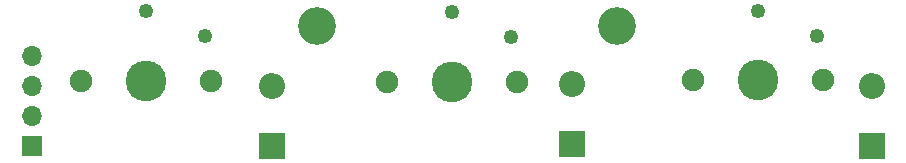
<source format=gbr>
%TF.GenerationSoftware,KiCad,Pcbnew,(7.0.0)*%
%TF.CreationDate,2023-05-23T21:52:26+07:00*%
%TF.ProjectId,bottom_keyboard_pcb,626f7474-6f6d-45f6-9b65-79626f617264,rev?*%
%TF.SameCoordinates,Original*%
%TF.FileFunction,Soldermask,Top*%
%TF.FilePolarity,Negative*%
%FSLAX46Y46*%
G04 Gerber Fmt 4.6, Leading zero omitted, Abs format (unit mm)*
G04 Created by KiCad (PCBNEW (7.0.0)) date 2023-05-23 21:52:26*
%MOMM*%
%LPD*%
G01*
G04 APERTURE LIST*
%ADD10C,1.250000*%
%ADD11C,3.450000*%
%ADD12C,1.900000*%
%ADD13C,3.200000*%
%ADD14R,2.200000X2.200000*%
%ADD15O,2.200000X2.200000*%
%ADD16R,1.700000X1.700000*%
%ADD17O,1.700000X1.700000*%
G04 APERTURE END LIST*
D10*
%TO.C,SW3*%
X165605515Y-91408023D03*
X170605515Y-93508023D03*
D11*
X165605515Y-97308023D03*
D12*
X160105515Y-97308023D03*
X171105515Y-97308023D03*
%TD*%
D10*
%TO.C,SW2*%
X113795261Y-91442103D03*
X118795261Y-93542103D03*
D11*
X113795261Y-97342103D03*
D12*
X108295261Y-97342103D03*
X119295261Y-97342103D03*
%TD*%
D10*
%TO.C,SW1*%
X139740000Y-91500000D03*
X144740000Y-93600000D03*
D11*
X139740000Y-97400000D03*
D12*
X134240000Y-97400000D03*
X145240000Y-97400000D03*
%TD*%
D13*
%TO.C,H1*%
X128270000Y-92710000D03*
%TD*%
%TO.C,H2*%
X153670000Y-92710000D03*
%TD*%
D14*
%TO.C,D3*%
X149859999Y-102652182D03*
D15*
X149859999Y-97572182D03*
%TD*%
D14*
%TO.C,D2*%
X175259999Y-102869999D03*
D15*
X175259999Y-97789999D03*
%TD*%
D16*
%TO.C,J1*%
X104139999Y-102859999D03*
D17*
X104139999Y-100319999D03*
X104139999Y-97779999D03*
X104139999Y-95239999D03*
%TD*%
D14*
%TO.C,D1*%
X124459999Y-102869999D03*
D15*
X124459999Y-97789999D03*
%TD*%
M02*

</source>
